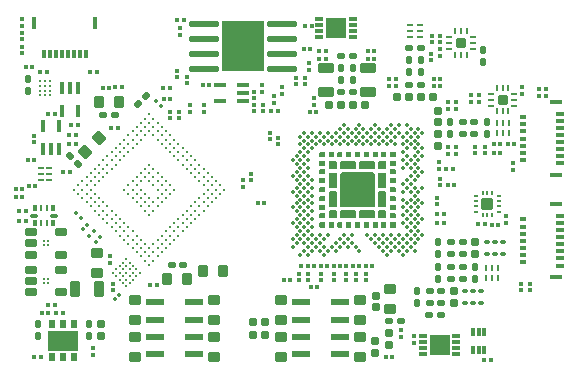
<source format=gbp>
G04*
G04 #@! TF.GenerationSoftware,Altium Limited,Altium Designer,19.1.6 (110)*
G04*
G04 Layer_Color=128*
%FSLAX44Y44*%
%MOMM*%
G71*
G01*
G75*
%ADD27C,0.2000*%
G04:AMPARAMS|DCode=39|XSize=0.5mm|YSize=0.6mm|CornerRadius=0.05mm|HoleSize=0mm|Usage=FLASHONLY|Rotation=90.000|XOffset=0mm|YOffset=0mm|HoleType=Round|Shape=RoundedRectangle|*
%AMROUNDEDRECTD39*
21,1,0.5000,0.5000,0,0,90.0*
21,1,0.4000,0.6000,0,0,90.0*
1,1,0.1000,0.2500,0.2000*
1,1,0.1000,0.2500,-0.2000*
1,1,0.1000,-0.2500,-0.2000*
1,1,0.1000,-0.2500,0.2000*
%
%ADD39ROUNDEDRECTD39*%
%ADD40R,0.3500X0.3000*%
G04:AMPARAMS|DCode=47|XSize=0.6mm|YSize=0.6mm|CornerRadius=0.06mm|HoleSize=0mm|Usage=FLASHONLY|Rotation=0.000|XOffset=0mm|YOffset=0mm|HoleType=Round|Shape=RoundedRectangle|*
%AMROUNDEDRECTD47*
21,1,0.6000,0.4800,0,0,0.0*
21,1,0.4800,0.6000,0,0,0.0*
1,1,0.1200,0.2400,-0.2400*
1,1,0.1200,-0.2400,-0.2400*
1,1,0.1200,-0.2400,0.2400*
1,1,0.1200,0.2400,0.2400*
%
%ADD47ROUNDEDRECTD47*%
%ADD48R,0.3000X0.3500*%
G04:AMPARAMS|DCode=49|XSize=1.3mm|YSize=0.8mm|CornerRadius=0.1mm|HoleSize=0mm|Usage=FLASHONLY|Rotation=90.000|XOffset=0mm|YOffset=0mm|HoleType=Round|Shape=RoundedRectangle|*
%AMROUNDEDRECTD49*
21,1,1.3000,0.6000,0,0,90.0*
21,1,1.1000,0.8000,0,0,90.0*
1,1,0.2000,0.3000,0.5500*
1,1,0.2000,0.3000,-0.5500*
1,1,0.2000,-0.3000,-0.5500*
1,1,0.2000,-0.3000,0.5500*
%
%ADD49ROUNDEDRECTD49*%
G04:AMPARAMS|DCode=50|XSize=0.3mm|YSize=0.35mm|CornerRadius=0mm|HoleSize=0mm|Usage=FLASHONLY|Rotation=45.000|XOffset=0mm|YOffset=0mm|HoleType=Round|Shape=Rectangle|*
%AMROTATEDRECTD50*
4,1,4,0.0177,-0.2298,-0.2298,0.0177,-0.0177,0.2298,0.2298,-0.0177,0.0177,-0.2298,0.0*
%
%ADD50ROTATEDRECTD50*%

G04:AMPARAMS|DCode=51|XSize=0.6mm|YSize=0.6mm|CornerRadius=0.06mm|HoleSize=0mm|Usage=FLASHONLY|Rotation=270.000|XOffset=0mm|YOffset=0mm|HoleType=Round|Shape=RoundedRectangle|*
%AMROUNDEDRECTD51*
21,1,0.6000,0.4800,0,0,270.0*
21,1,0.4800,0.6000,0,0,270.0*
1,1,0.1200,-0.2400,-0.2400*
1,1,0.1200,-0.2400,0.2400*
1,1,0.1200,0.2400,0.2400*
1,1,0.1200,0.2400,-0.2400*
%
%ADD51ROUNDEDRECTD51*%
G04:AMPARAMS|DCode=52|XSize=1mm|YSize=0.9mm|CornerRadius=0.1125mm|HoleSize=0mm|Usage=FLASHONLY|Rotation=270.000|XOffset=0mm|YOffset=0mm|HoleType=Round|Shape=RoundedRectangle|*
%AMROUNDEDRECTD52*
21,1,1.0000,0.6750,0,0,270.0*
21,1,0.7750,0.9000,0,0,270.0*
1,1,0.2250,-0.3375,-0.3875*
1,1,0.2250,-0.3375,0.3875*
1,1,0.2250,0.3375,0.3875*
1,1,0.2250,0.3375,-0.3875*
%
%ADD52ROUNDEDRECTD52*%
G04:AMPARAMS|DCode=53|XSize=1mm|YSize=0.9mm|CornerRadius=0.1125mm|HoleSize=0mm|Usage=FLASHONLY|Rotation=180.000|XOffset=0mm|YOffset=0mm|HoleType=Round|Shape=RoundedRectangle|*
%AMROUNDEDRECTD53*
21,1,1.0000,0.6750,0,0,180.0*
21,1,0.7750,0.9000,0,0,180.0*
1,1,0.2250,-0.3875,0.3375*
1,1,0.2250,0.3875,0.3375*
1,1,0.2250,0.3875,-0.3375*
1,1,0.2250,-0.3875,-0.3375*
%
%ADD53ROUNDEDRECTD53*%
G04:AMPARAMS|DCode=55|XSize=0.5mm|YSize=0.6mm|CornerRadius=0.05mm|HoleSize=0mm|Usage=FLASHONLY|Rotation=180.000|XOffset=0mm|YOffset=0mm|HoleType=Round|Shape=RoundedRectangle|*
%AMROUNDEDRECTD55*
21,1,0.5000,0.5000,0,0,180.0*
21,1,0.4000,0.6000,0,0,180.0*
1,1,0.1000,-0.2000,0.2500*
1,1,0.1000,0.2000,0.2500*
1,1,0.1000,0.2000,-0.2500*
1,1,0.1000,-0.2000,-0.2500*
%
%ADD55ROUNDEDRECTD55*%
G04:AMPARAMS|DCode=56|XSize=0.3mm|YSize=0.35mm|CornerRadius=0mm|HoleSize=0mm|Usage=FLASHONLY|Rotation=315.000|XOffset=0mm|YOffset=0mm|HoleType=Round|Shape=Rectangle|*
%AMROTATEDRECTD56*
4,1,4,-0.2298,-0.0177,0.0177,0.2298,0.2298,0.0177,-0.0177,-0.2298,-0.2298,-0.0177,0.0*
%
%ADD56ROTATEDRECTD56*%

%ADD57R,0.5000X0.7000*%
%ADD58R,2.5000X1.7000*%
G04:AMPARAMS|DCode=62|XSize=1mm|YSize=1mm|CornerRadius=0.15mm|HoleSize=0mm|Usage=FLASHONLY|Rotation=180.000|XOffset=0mm|YOffset=0mm|HoleType=Round|Shape=RoundedRectangle|*
%AMROUNDEDRECTD62*
21,1,1.0000,0.7000,0,0,180.0*
21,1,0.7000,1.0000,0,0,180.0*
1,1,0.3000,-0.3500,0.3500*
1,1,0.3000,0.3500,0.3500*
1,1,0.3000,0.3500,-0.3500*
1,1,0.3000,-0.3500,-0.3500*
%
%ADD62ROUNDEDRECTD62*%
%ADD63R,0.2000X0.3950*%
%ADD64R,0.3950X0.2000*%
G04:AMPARAMS|DCode=65|XSize=0.25mm|YSize=0.55mm|CornerRadius=0.0625mm|HoleSize=0mm|Usage=FLASHONLY|Rotation=0.000|XOffset=0mm|YOffset=0mm|HoleType=Round|Shape=RoundedRectangle|*
%AMROUNDEDRECTD65*
21,1,0.2500,0.4250,0,0,0.0*
21,1,0.1250,0.5500,0,0,0.0*
1,1,0.1250,0.0625,-0.2125*
1,1,0.1250,-0.0625,-0.2125*
1,1,0.1250,-0.0625,0.2125*
1,1,0.1250,0.0625,0.2125*
%
%ADD65ROUNDEDRECTD65*%
G04:AMPARAMS|DCode=67|XSize=0.5mm|YSize=0.6mm|CornerRadius=0.05mm|HoleSize=0mm|Usage=FLASHONLY|Rotation=45.000|XOffset=0mm|YOffset=0mm|HoleType=Round|Shape=RoundedRectangle|*
%AMROUNDEDRECTD67*
21,1,0.5000,0.5000,0,0,45.0*
21,1,0.4000,0.6000,0,0,45.0*
1,1,0.1000,0.3182,-0.0354*
1,1,0.1000,0.0354,-0.3182*
1,1,0.1000,-0.3182,0.0354*
1,1,0.1000,-0.0354,0.3182*
%
%ADD67ROUNDEDRECTD67*%
%ADD140C,0.3500*%
%ADD144R,0.2000X0.2000*%
%ADD145R,1.7000X1.7000*%
%ADD146R,0.6500X0.3000*%
G04:AMPARAMS|DCode=147|XSize=0.55mm|YSize=2.6mm|CornerRadius=0.1375mm|HoleSize=0mm|Usage=FLASHONLY|Rotation=90.000|XOffset=0mm|YOffset=0mm|HoleType=Round|Shape=RoundedRectangle|*
%AMROUNDEDRECTD147*
21,1,0.5500,2.3250,0,0,90.0*
21,1,0.2750,2.6000,0,0,90.0*
1,1,0.2750,1.1625,0.1375*
1,1,0.2750,1.1625,-0.1375*
1,1,0.2750,-1.1625,-0.1375*
1,1,0.2750,-1.1625,0.1375*
%
%ADD147ROUNDEDRECTD147*%
%ADD148R,3.6000X4.2000*%
%ADD149R,0.5250X0.2500*%
G04:AMPARAMS|DCode=150|XSize=0.65mm|YSize=0.35mm|CornerRadius=0.0875mm|HoleSize=0mm|Usage=FLASHONLY|Rotation=180.000|XOffset=0mm|YOffset=0mm|HoleType=Round|Shape=RoundedRectangle|*
%AMROUNDEDRECTD150*
21,1,0.6500,0.1750,0,0,180.0*
21,1,0.4750,0.3500,0,0,180.0*
1,1,0.1750,-0.2375,0.0875*
1,1,0.1750,0.2375,0.0875*
1,1,0.1750,0.2375,-0.0875*
1,1,0.1750,-0.2375,-0.0875*
%
%ADD150ROUNDEDRECTD150*%
G04:AMPARAMS|DCode=151|XSize=0.55mm|YSize=0.3mm|CornerRadius=0.075mm|HoleSize=0mm|Usage=FLASHONLY|Rotation=270.000|XOffset=0mm|YOffset=0mm|HoleType=Round|Shape=RoundedRectangle|*
%AMROUNDEDRECTD151*
21,1,0.5500,0.1500,0,0,270.0*
21,1,0.4000,0.3000,0,0,270.0*
1,1,0.1500,-0.0750,-0.2000*
1,1,0.1500,-0.0750,0.2000*
1,1,0.1500,0.0750,0.2000*
1,1,0.1500,0.0750,-0.2000*
%
%ADD151ROUNDEDRECTD151*%
G04:AMPARAMS|DCode=152|XSize=0.55mm|YSize=0.25mm|CornerRadius=0.0625mm|HoleSize=0mm|Usage=FLASHONLY|Rotation=270.000|XOffset=0mm|YOffset=0mm|HoleType=Round|Shape=RoundedRectangle|*
%AMROUNDEDRECTD152*
21,1,0.5500,0.1250,0,0,270.0*
21,1,0.4250,0.2500,0,0,270.0*
1,1,0.1250,-0.0625,-0.2125*
1,1,0.1250,-0.0625,0.2125*
1,1,0.1250,0.0625,0.2125*
1,1,0.1250,0.0625,-0.2125*
%
%ADD152ROUNDEDRECTD152*%
%ADD153C,0.2500*%
%ADD154R,0.3000X0.7000*%
%ADD155R,0.4000X1.0000*%
%ADD156R,0.5000X0.3000*%
%ADD157R,0.7000X0.3000*%
%ADD158R,1.0000X0.3500*%
G04:AMPARAMS|DCode=159|XSize=1.6mm|YSize=0.5mm|CornerRadius=0.075mm|HoleSize=0mm|Usage=FLASHONLY|Rotation=0.000|XOffset=0mm|YOffset=0mm|HoleType=Round|Shape=RoundedRectangle|*
%AMROUNDEDRECTD159*
21,1,1.6000,0.3500,0,0,0.0*
21,1,1.4500,0.5000,0,0,0.0*
1,1,0.1500,0.7250,-0.1750*
1,1,0.1500,-0.7250,-0.1750*
1,1,0.1500,-0.7250,0.1750*
1,1,0.1500,0.7250,0.1750*
%
%ADD159ROUNDEDRECTD159*%
G04:AMPARAMS|DCode=160|XSize=1.3mm|YSize=0.8mm|CornerRadius=0.1mm|HoleSize=0mm|Usage=FLASHONLY|Rotation=0.000|XOffset=0mm|YOffset=0mm|HoleType=Round|Shape=RoundedRectangle|*
%AMROUNDEDRECTD160*
21,1,1.3000,0.6000,0,0,0.0*
21,1,1.1000,0.8000,0,0,0.0*
1,1,0.2000,0.5500,-0.3000*
1,1,0.2000,-0.5500,-0.3000*
1,1,0.2000,-0.5500,0.3000*
1,1,0.2000,0.5500,0.3000*
%
%ADD160ROUNDEDRECTD160*%
G04:AMPARAMS|DCode=161|XSize=0.2mm|YSize=0.45mm|CornerRadius=0.03mm|HoleSize=0mm|Usage=FLASHONLY|Rotation=90.000|XOffset=0mm|YOffset=0mm|HoleType=Round|Shape=RoundedRectangle|*
%AMROUNDEDRECTD161*
21,1,0.2000,0.3900,0,0,90.0*
21,1,0.1400,0.4500,0,0,90.0*
1,1,0.0600,0.1950,0.0700*
1,1,0.0600,0.1950,-0.0700*
1,1,0.0600,-0.1950,-0.0700*
1,1,0.0600,-0.1950,0.0700*
%
%ADD161ROUNDEDRECTD161*%
G04:AMPARAMS|DCode=162|XSize=0.2mm|YSize=0.45mm|CornerRadius=0.03mm|HoleSize=0mm|Usage=FLASHONLY|Rotation=0.000|XOffset=0mm|YOffset=0mm|HoleType=Round|Shape=RoundedRectangle|*
%AMROUNDEDRECTD162*
21,1,0.2000,0.3900,0,0,0.0*
21,1,0.1400,0.4500,0,0,0.0*
1,1,0.0600,0.0700,-0.1950*
1,1,0.0600,-0.0700,-0.1950*
1,1,0.0600,-0.0700,0.1950*
1,1,0.0600,0.0700,0.1950*
%
%ADD162ROUNDEDRECTD162*%
G04:AMPARAMS|DCode=163|XSize=0.8mm|YSize=0.8mm|CornerRadius=0.12mm|HoleSize=0mm|Usage=FLASHONLY|Rotation=180.000|XOffset=0mm|YOffset=0mm|HoleType=Round|Shape=RoundedRectangle|*
%AMROUNDEDRECTD163*
21,1,0.8000,0.5600,0,0,180.0*
21,1,0.5600,0.8000,0,0,180.0*
1,1,0.2400,-0.2800,0.2800*
1,1,0.2400,0.2800,0.2800*
1,1,0.2400,0.2800,-0.2800*
1,1,0.2400,-0.2800,-0.2800*
%
%ADD163ROUNDEDRECTD163*%
G04:AMPARAMS|DCode=164|XSize=0.45mm|YSize=0.35mm|CornerRadius=0.0525mm|HoleSize=0mm|Usage=FLASHONLY|Rotation=180.000|XOffset=0mm|YOffset=0mm|HoleType=Round|Shape=RoundedRectangle|*
%AMROUNDEDRECTD164*
21,1,0.4500,0.2450,0,0,180.0*
21,1,0.3450,0.3500,0,0,180.0*
1,1,0.1050,-0.1725,0.1225*
1,1,0.1050,0.1725,0.1225*
1,1,0.1050,0.1725,-0.1225*
1,1,0.1050,-0.1725,-0.1225*
%
%ADD164ROUNDEDRECTD164*%
%ADD166R,0.3600X1.0000*%
G04:AMPARAMS|DCode=167|XSize=0.3mm|YSize=0.7mm|CornerRadius=0.075mm|HoleSize=0mm|Usage=FLASHONLY|Rotation=180.000|XOffset=0mm|YOffset=0mm|HoleType=Round|Shape=RoundedRectangle|*
%AMROUNDEDRECTD167*
21,1,0.3000,0.5500,0,0,180.0*
21,1,0.1500,0.7000,0,0,180.0*
1,1,0.1500,-0.0750,0.2750*
1,1,0.1500,0.0750,0.2750*
1,1,0.1500,0.0750,-0.2750*
1,1,0.1500,-0.0750,-0.2750*
%
%ADD167ROUNDEDRECTD167*%
%ADD168R,1.0000X0.3600*%
G04:AMPARAMS|DCode=169|XSize=1mm|YSize=0.9mm|CornerRadius=0.1125mm|HoleSize=0mm|Usage=FLASHONLY|Rotation=315.000|XOffset=0mm|YOffset=0mm|HoleType=Round|Shape=RoundedRectangle|*
%AMROUNDEDRECTD169*
21,1,1.0000,0.6750,0,0,315.0*
21,1,0.7750,0.9000,0,0,315.0*
1,1,0.2250,0.0354,-0.5127*
1,1,0.2250,-0.5127,0.0354*
1,1,0.2250,-0.0354,0.5127*
1,1,0.2250,0.5127,-0.0354*
%
%ADD169ROUNDEDRECTD169*%
G04:AMPARAMS|DCode=170|XSize=0.5mm|YSize=0.6mm|CornerRadius=0.05mm|HoleSize=0mm|Usage=FLASHONLY|Rotation=135.000|XOffset=0mm|YOffset=0mm|HoleType=Round|Shape=RoundedRectangle|*
%AMROUNDEDRECTD170*
21,1,0.5000,0.5000,0,0,135.0*
21,1,0.4000,0.6000,0,0,135.0*
1,1,0.1000,0.0354,0.3182*
1,1,0.1000,0.3182,0.0354*
1,1,0.1000,-0.0354,-0.3182*
1,1,0.1000,-0.3182,-0.0354*
%
%ADD170ROUNDEDRECTD170*%
G04:AMPARAMS|DCode=171|XSize=0.25mm|YSize=0.55mm|CornerRadius=0.0625mm|HoleSize=0mm|Usage=FLASHONLY|Rotation=90.000|XOffset=0mm|YOffset=0mm|HoleType=Round|Shape=RoundedRectangle|*
%AMROUNDEDRECTD171*
21,1,0.2500,0.4250,0,0,90.0*
21,1,0.1250,0.5500,0,0,90.0*
1,1,0.1250,0.2125,0.0625*
1,1,0.1250,0.2125,-0.0625*
1,1,0.1250,-0.2125,-0.0625*
1,1,0.1250,-0.2125,0.0625*
%
%ADD171ROUNDEDRECTD171*%
G04:AMPARAMS|DCode=172|XSize=0.6mm|YSize=1mm|CornerRadius=0.075mm|HoleSize=0mm|Usage=FLASHONLY|Rotation=90.000|XOffset=0mm|YOffset=0mm|HoleType=Round|Shape=RoundedRectangle|*
%AMROUNDEDRECTD172*
21,1,0.6000,0.8500,0,0,90.0*
21,1,0.4500,1.0000,0,0,90.0*
1,1,0.1500,0.4250,0.2250*
1,1,0.1500,0.4250,-0.2250*
1,1,0.1500,-0.4250,-0.2250*
1,1,0.1500,-0.4250,0.2250*
%
%ADD172ROUNDEDRECTD172*%
G36*
X269898Y180753D02*
X270097Y180753D01*
X270466Y180601D01*
X270747Y180319D01*
X270899Y179951D01*
X270899Y179752D01*
X270899D01*
X270898Y176752D01*
X270898Y176553D01*
X270745Y176187D01*
X270465Y175906D01*
X270098Y175754D01*
X269899Y175754D01*
X269900Y175754D01*
X267647Y175754D01*
X267449Y175754D01*
X267081Y175906D01*
X266800Y176188D01*
X266647Y176555D01*
X266647Y176754D01*
X266647Y176754D01*
X266647Y179751D01*
Y179951D01*
X266800Y180319D01*
X267082Y180601D01*
X267450Y180754D01*
X267650Y180753D01*
X267650Y180754D01*
X269898Y180753D01*
D02*
G37*
G36*
X314394Y180751D02*
X314594Y180751D01*
X314962Y180599D01*
X315244Y180317D01*
X315397Y179948D01*
Y179749D01*
X315397Y176752D01*
X315397Y176752D01*
X315397Y176553D01*
X315245Y176186D01*
X314963Y175904D01*
X314596Y175752D01*
X314396Y175751D01*
X312145Y175752D01*
X312145Y175752D01*
X311946Y175752D01*
X311579Y175904D01*
X311299Y176185D01*
X311147Y176551D01*
X311146Y176750D01*
X311145Y179750D01*
X311145D01*
X311145Y179949D01*
X311297Y180317D01*
X311579Y180599D01*
X311947Y180751D01*
X312146Y180751D01*
X314394Y180751D01*
X314394Y180751D01*
D02*
G37*
G36*
X307147Y180747D02*
X307147Y180747D01*
X307345Y180747D01*
X307712Y180595D01*
X307993Y180315D01*
X308145Y179948D01*
X308145Y179749D01*
X308146Y176750D01*
X308146D01*
X308147Y176550D01*
X307994Y176182D01*
X307713Y175900D01*
X307344Y175748D01*
X307145Y175748D01*
X304897Y175748D01*
X304897Y175748D01*
X304698Y175748D01*
X304329Y175900D01*
X304047Y176182D01*
X303895Y176551D01*
Y176750D01*
X303894Y179747D01*
X303894Y179747D01*
X303894Y179946D01*
X304047Y180313D01*
X304328Y180595D01*
X304696Y180747D01*
X304895Y180748D01*
X307147Y180747D01*
D02*
G37*
G36*
X299895Y180746D02*
X299895Y180746D01*
X300094Y180746D01*
X300460Y180594D01*
X300741Y180314D01*
X300893Y179947D01*
X300894Y179749D01*
X300895Y176749D01*
X300895D01*
X300895Y176549D01*
X300743Y176181D01*
X300461Y175899D01*
X300093Y175747D01*
X299894Y175747D01*
X297646Y175747D01*
X297646Y175747D01*
X297446Y175747D01*
X297078Y175899D01*
X296796Y176181D01*
X296643Y176550D01*
Y176749D01*
X296643Y179746D01*
X296643Y179746D01*
X296643Y179945D01*
X296796Y180313D01*
X297077Y180594D01*
X297444Y180746D01*
X297643Y180747D01*
X299895Y180746D01*
D02*
G37*
G36*
X262398Y180750D02*
X262646Y180750D01*
X263105Y180560D01*
X263457Y180208D01*
X263647Y179749D01*
X263647Y179501D01*
X263647Y179501D01*
X263647Y177004D01*
X263647Y176755D01*
X263456Y176294D01*
X263103Y175941D01*
X262642Y175750D01*
X262393Y175751D01*
X262393Y175751D01*
X259898Y175750D01*
X259649Y175750D01*
X259189Y175941D01*
X258837Y176292D01*
X258647Y176752D01*
X258647Y177001D01*
X258647Y177001D01*
X258647Y179504D01*
Y179752D01*
X258837Y180210D01*
X259188Y180561D01*
X259646Y180751D01*
X259893Y180751D01*
X259893Y180751D01*
X262398Y180750D01*
D02*
G37*
G36*
X277348Y180750D02*
X277716Y180597D01*
X277997Y180316D01*
X278150Y179948D01*
X278150Y179749D01*
X278150Y179749D01*
X278150Y176752D01*
Y176553D01*
X277997Y176185D01*
X277715Y175903D01*
X277346Y175750D01*
X277147Y175750D01*
X277147D01*
X274899Y175750D01*
X274700Y175750D01*
X274331Y175902D01*
X274050Y176184D01*
X273897Y176553D01*
X273898Y176752D01*
X273898D01*
X273899Y179752D01*
X273899Y179950D01*
X274051Y180317D01*
X274332Y180597D01*
X274699Y180749D01*
X274897Y180749D01*
X274897Y180749D01*
X277149Y180750D01*
X277348Y180750D01*
D02*
G37*
G36*
X284600Y180749D02*
X284967Y180596D01*
X285249Y180315D01*
X285401Y179947D01*
X285401Y179748D01*
X285401Y179748D01*
X285401Y176751D01*
Y176552D01*
X285248Y176184D01*
X284966Y175902D01*
X284598Y175749D01*
X284398Y175749D01*
X284398Y175749D01*
X282150Y175749D01*
X281951Y175749D01*
X281583Y175902D01*
X281301Y176183D01*
X281149Y176552D01*
X281149Y176751D01*
X281150Y179751D01*
X281151Y179949D01*
X281303Y180316D01*
X281583Y180596D01*
X281950Y180748D01*
X282149Y180748D01*
X282149Y180749D01*
X284401Y180749D01*
X284600Y180749D01*
D02*
G37*
G36*
X322148Y180748D02*
X322396Y180748D01*
X322856Y180558D01*
X323207Y180206D01*
X323397Y179747D01*
X323397Y179498D01*
X323397Y179499D01*
X323397Y177002D01*
X323397Y176752D01*
X323206Y176292D01*
X322854Y175939D01*
X322393Y175748D01*
X322143Y175748D01*
X322143Y175748D01*
X319648Y175748D01*
X319399Y175748D01*
X318939Y175938D01*
X318588Y176290D01*
X318397Y176750D01*
X318397Y176999D01*
X318397Y176999D01*
X318398Y179502D01*
Y179750D01*
X318587Y180208D01*
X318938Y180558D01*
X319396Y180748D01*
X319644Y180748D01*
X319644Y180749D01*
X322148Y180748D01*
D02*
G37*
G36*
X292351Y180748D02*
X292719Y180595D01*
X293000Y180314D01*
X293152Y179946D01*
X293152Y179747D01*
X293153Y179747D01*
X293152Y176751D01*
Y176551D01*
X293000Y176183D01*
X292718Y175901D01*
X292349Y175748D01*
X292150Y175748D01*
X292150Y175748D01*
X289902Y175748D01*
X289702Y175748D01*
X289334Y175900D01*
X289052Y176182D01*
X288900Y176551D01*
X288900Y176750D01*
X288900D01*
X288902Y179750D01*
X288902Y179948D01*
X289054Y180315D01*
X289335Y180595D01*
X289702Y180747D01*
X289900Y180748D01*
X289900Y180748D01*
X292152Y180748D01*
X292351Y180748D01*
D02*
G37*
G36*
X262645Y173001D02*
X262845Y173000D01*
X263212Y172848D01*
X263494Y172567D01*
X263646Y172199D01*
X263646Y172000D01*
X263646Y169748D01*
X263646Y169748D01*
X263646Y169550D01*
X263494Y169183D01*
X263213Y168902D01*
X262847Y168750D01*
X262648Y168750D01*
X259648Y168748D01*
X259648Y168748D01*
X259449Y168748D01*
X259081Y168900D01*
X258799Y169182D01*
X258646Y169550D01*
X258647Y169750D01*
X258646Y171998D01*
X258646Y171998D01*
X258646Y172197D01*
X258799Y172566D01*
X259081Y172848D01*
X259449Y173000D01*
X259649D01*
X262646Y173001D01*
X262645Y173001D01*
D02*
G37*
G36*
X322396Y172998D02*
X322595Y172998D01*
X322962Y172846D01*
X323244Y172564D01*
X323396Y172197D01*
X323396Y171998D01*
X323396Y169746D01*
X323396Y169746D01*
X323396Y169547D01*
X323244Y169181D01*
X322963Y168900D01*
X322597Y168748D01*
X322398Y168748D01*
X319398Y168746D01*
X319398Y168746D01*
X319199Y168746D01*
X318831Y168898D01*
X318549Y169180D01*
X318397Y169548D01*
X318397Y169747D01*
X318396Y171996D01*
X318397Y171996D01*
X318396Y172195D01*
X318549Y172563D01*
X318831Y172845D01*
X319200Y172998D01*
X319399D01*
X322396Y172998D01*
X322396Y172998D01*
D02*
G37*
G36*
X293500Y172705D02*
X304500Y172705D01*
X304500Y172705D01*
X304699Y172705D01*
X305067Y172553D01*
X305348Y172271D01*
X305500Y171904D01*
X305500Y171705D01*
X305500Y166955D01*
X305500Y166955D01*
X305500Y166756D01*
X305348Y166388D01*
X305066Y166107D01*
X304699Y165955D01*
X304500Y165955D01*
X293500Y165955D01*
X293500Y165956D01*
X293301Y165955D01*
X292934Y166107D01*
X292652Y166388D01*
X292500Y166756D01*
X292500Y166955D01*
X292500Y171705D01*
Y171705D01*
X292500Y171904D01*
X292652Y172272D01*
X292934Y172553D01*
X293301Y172705D01*
X293500Y172705D01*
D02*
G37*
G36*
X267750Y172706D02*
X272500Y172706D01*
X272500Y172706D01*
X272699Y172706D01*
X273067Y172554D01*
X273349Y172273D01*
X273501Y171906D01*
X273501Y171707D01*
X273501Y166957D01*
X273501Y166957D01*
X273501Y166758D01*
X273349Y166391D01*
X273067Y166110D01*
X272700Y165958D01*
X272501Y165958D01*
X267751Y165957D01*
X267751Y165957D01*
X267552Y165957D01*
X267185Y166109D01*
X266903Y166390D01*
X266751Y166758D01*
X266751Y166957D01*
X266751Y171707D01*
X266751Y171707D01*
X266751Y171906D01*
X266903Y172273D01*
X267184Y172554D01*
X267552Y172706D01*
X267750Y172706D01*
D02*
G37*
G36*
X309499Y172705D02*
X314249Y172705D01*
X314249Y172705D01*
X314448Y172705D01*
X314816Y172554D01*
X315098Y172272D01*
X315250Y171905D01*
X315250Y171706D01*
X315250Y166956D01*
X315250Y166956D01*
X315250Y166758D01*
X315098Y166390D01*
X314816Y166109D01*
X314449Y165957D01*
X314250Y165956D01*
X309500Y165956D01*
X309500Y165956D01*
X309301Y165956D01*
X308934Y166108D01*
X308652Y166390D01*
X308500Y166757D01*
X308500Y166956D01*
X308500Y171706D01*
X308500Y171706D01*
X308500Y171905D01*
X308652Y172272D01*
X308933Y172553D01*
X309300Y172705D01*
X309499Y172705D01*
D02*
G37*
G36*
X289067Y172554D02*
X289348Y172272D01*
X289501Y171905D01*
X289501Y171706D01*
X289501Y171705D01*
X289500Y166955D01*
X289500Y166756D01*
X289348Y166389D01*
X289067Y166108D01*
X288700Y165956D01*
X288501Y165956D01*
X288501Y165956D01*
X277501Y165956D01*
X277302Y165956D01*
X276934Y166108D01*
X276653Y166389D01*
X276501Y166756D01*
X276500Y166955D01*
X276500Y166955D01*
X276501Y171705D01*
X276501Y171904D01*
X276653Y172272D01*
X276934Y172553D01*
X277302Y172705D01*
X277500Y172705D01*
X277500Y172705D01*
X288500Y172705D01*
X288699Y172706D01*
X289067Y172554D01*
D02*
G37*
G36*
X263216Y165598D02*
X263498Y165316D01*
X263650Y164948D01*
X263650Y164749D01*
X263650Y162501D01*
X263650Y162500D01*
X263650Y162301D01*
X263497Y161933D01*
X263215Y161651D01*
X262847Y161498D01*
X262647D01*
X259651Y161498D01*
X259651Y161498D01*
X259452Y161498D01*
X259084Y161650D01*
X258803Y161932D01*
X258650Y162299D01*
X258650Y162498D01*
X258650Y164750D01*
X258651Y164750D01*
X258651Y164949D01*
X258803Y165315D01*
X259083Y165596D01*
X259450Y165748D01*
X259648Y165748D01*
X262648Y165750D01*
X262648Y165750D01*
X262847Y165750D01*
X263216Y165598D01*
D02*
G37*
G36*
X322966Y165596D02*
X323248Y165314D01*
X323400Y164946D01*
X323400Y164746D01*
X323400Y162498D01*
X323400Y162498D01*
X323400Y162299D01*
X323248Y161930D01*
X322966Y161648D01*
X322597Y161496D01*
X322398D01*
X319401Y161495D01*
X319401Y161495D01*
X319202Y161496D01*
X318834Y161648D01*
X318553Y161929D01*
X318400Y162297D01*
X318400Y162496D01*
X318401Y164748D01*
X318401Y164748D01*
X318401Y164946D01*
X318553Y165313D01*
X318833Y165594D01*
X319200Y165746D01*
X319398Y165746D01*
X322398Y165748D01*
X322398Y165748D01*
X322598Y165748D01*
X322966Y165596D01*
D02*
G37*
G36*
X314816Y162803D02*
X315098Y162521D01*
X315250Y162154D01*
X315250Y161955D01*
X315249Y150955D01*
X315249Y150955D01*
X315249Y150756D01*
X315097Y150388D01*
X314816Y150107D01*
X314448Y149955D01*
X314249Y149955D01*
X309499Y149955D01*
X309499Y149955D01*
X309300Y149955D01*
X308933Y150107D01*
X308652Y150389D01*
X308500Y150756D01*
X308500Y150955D01*
X308500Y161955D01*
X308500Y161955D01*
X308500Y162154D01*
X308652Y162521D01*
X308933Y162803D01*
X309300Y162955D01*
X309499Y162955D01*
X314250Y162955D01*
X314250Y162955D01*
X314449Y162955D01*
X314816Y162803D01*
D02*
G37*
G36*
X272501Y162956D02*
X272700Y162956D01*
X273067Y162803D01*
X273348Y162522D01*
X273500Y162154D01*
X273500Y161955D01*
X273500Y150955D01*
X273500Y150955D01*
X273500Y150756D01*
X273348Y150389D01*
X273067Y150108D01*
X272699Y149956D01*
X272500Y149956D01*
X267750Y149956D01*
X267750D01*
X267551Y149956D01*
X267183Y150108D01*
X266902Y150389D01*
X266750Y150757D01*
X266750Y150956D01*
X266750Y161956D01*
Y161956D01*
X266751Y162155D01*
X266903Y162522D01*
X267184Y162803D01*
X267551Y162955D01*
X267750Y162956D01*
X272501Y162956D01*
X272501Y162956D01*
D02*
G37*
G36*
X263217Y158347D02*
X263498Y158065D01*
X263651Y157697D01*
X263651Y157497D01*
X263651Y155249D01*
X263651Y155249D01*
X263651Y155050D01*
X263498Y154681D01*
X263216Y154399D01*
X262848Y154247D01*
X262648D01*
X259652Y154246D01*
X259652Y154247D01*
X259453Y154247D01*
X259085Y154399D01*
X258804Y154680D01*
X258651Y155048D01*
X258651Y155247D01*
X258651Y157499D01*
X258652Y157499D01*
X258652Y157697D01*
X258804Y158064D01*
X259084Y158345D01*
X259451Y158497D01*
X259649Y158497D01*
X262649Y158499D01*
X262649Y158499D01*
X262848Y158499D01*
X263217Y158347D01*
D02*
G37*
G36*
X322967Y158344D02*
X323249Y158063D01*
X323401Y157694D01*
X323401Y157495D01*
X323401Y155247D01*
X323401Y155247D01*
X323401Y155048D01*
X323248Y154679D01*
X322966Y154397D01*
X322598Y154244D01*
X322399D01*
X319402Y154244D01*
X319402Y154244D01*
X319203Y154244D01*
X318835Y154397D01*
X318554Y154678D01*
X318401Y155046D01*
X318401Y155245D01*
X318402Y157497D01*
X318402Y157497D01*
X318402Y157695D01*
X318554Y158062D01*
X318834Y158343D01*
X319201Y158495D01*
X319399Y158495D01*
X322399Y158496D01*
X322399Y158496D01*
X322598Y158497D01*
X322967Y158344D01*
D02*
G37*
G36*
X314816Y146803D02*
X315098Y146522D01*
X315250Y146154D01*
X315250Y145955D01*
X315249Y134955D01*
X315249Y134955D01*
X315249Y134756D01*
X315097Y134389D01*
X314816Y134108D01*
X314448Y133955D01*
X314249Y133955D01*
X309499Y133955D01*
X309499Y133955D01*
X309300Y133955D01*
X308933Y134108D01*
X308652Y134389D01*
X308500Y134757D01*
X308500Y134955D01*
X308500Y145955D01*
X308500Y145955D01*
X308500Y146154D01*
X308652Y146522D01*
X308933Y146803D01*
X309300Y146955D01*
X309499Y146955D01*
X314250Y146955D01*
X314250Y146955D01*
X314449Y146955D01*
X314816Y146803D01*
D02*
G37*
G36*
X262647Y150756D02*
X262847D01*
X263215Y150603D01*
X263497Y150321D01*
X263650Y149953D01*
X263650Y149753D01*
X263650Y149753D01*
X263649Y147505D01*
X263650Y147306D01*
X263497Y146938D01*
X263215Y146656D01*
X262847Y146503D01*
X262648Y146504D01*
X262648Y146504D01*
X259648Y146505D01*
X259449Y146505D01*
X259083Y146658D01*
X258802Y146938D01*
X258650Y147305D01*
X258650Y147504D01*
X258650Y147503D01*
X258650Y149755D01*
X258650Y149954D01*
X258802Y150322D01*
X259084Y150603D01*
X259452Y150756D01*
X259650Y150756D01*
X259650Y150756D01*
X262647Y150756D01*
D02*
G37*
G36*
X322397Y150753D02*
X322597D01*
X322965Y150601D01*
X323247Y150319D01*
X323400Y149950D01*
X323400Y149751D01*
X323400Y149751D01*
X323400Y147503D01*
X323400Y147303D01*
X323247Y146935D01*
X322966Y146653D01*
X322597Y146501D01*
X322398Y146502D01*
X322398Y146502D01*
X319398Y146503D01*
X319200Y146503D01*
X318833Y146655D01*
X318552Y146936D01*
X318400Y147303D01*
X318400Y147501D01*
X318400Y147501D01*
X318400Y149753D01*
X318400Y149952D01*
X318553Y150320D01*
X318834Y150601D01*
X319202Y150753D01*
X319401Y150754D01*
X319401Y150754D01*
X322397Y150753D01*
D02*
G37*
G36*
X272501Y146956D02*
X272700Y146956D01*
X273067Y146803D01*
X273348Y146522D01*
X273500Y146154D01*
X273500Y145955D01*
X273500Y134956D01*
X273500Y134955D01*
X273500Y134757D01*
X273348Y134389D01*
X273067Y134108D01*
X272699Y133956D01*
X272500Y133956D01*
X267750Y133956D01*
X267750D01*
X267551Y133956D01*
X267183Y134108D01*
X266902Y134389D01*
X266750Y134757D01*
X266750Y134956D01*
X266751Y145956D01*
Y145956D01*
X266751Y146155D01*
X266903Y146522D01*
X267184Y146804D01*
X267551Y146956D01*
X267750Y146956D01*
X272501Y146956D01*
X272501Y146956D01*
D02*
G37*
G36*
X262646Y143004D02*
X262846D01*
X263214Y142852D01*
X263496Y142570D01*
X263649Y142201D01*
X263649Y142002D01*
X263649Y142002D01*
X263648Y139754D01*
X263649Y139554D01*
X263496Y139186D01*
X263214Y138904D01*
X262846Y138752D01*
X262647Y138752D01*
X262647D01*
X259647Y138754D01*
X259449Y138754D01*
X259082Y138906D01*
X258801Y139187D01*
X258649Y139554D01*
X258649Y139752D01*
X258649Y139752D01*
X258649Y142004D01*
X258649Y142203D01*
X258801Y142571D01*
X259083Y142852D01*
X259451Y143005D01*
X259650Y143005D01*
X259649Y143005D01*
X262646Y143004D01*
D02*
G37*
G36*
X322397Y143002D02*
X322596D01*
X322964Y142850D01*
X323246Y142568D01*
X323399Y142199D01*
X323399Y142000D01*
X323399Y142000D01*
X323399Y139751D01*
X323399Y139552D01*
X323246Y139184D01*
X322965Y138902D01*
X322596Y138750D01*
X322397Y138750D01*
X322397D01*
X319397Y138752D01*
X319199Y138752D01*
X318832Y138904D01*
X318552Y139185D01*
X318400Y139551D01*
X318400Y139750D01*
X318399Y139750D01*
X318399Y142002D01*
X318399Y142201D01*
X318552Y142568D01*
X318833Y142850D01*
X319201Y143002D01*
X319400Y143002D01*
X319400Y143002D01*
X322397Y143002D01*
D02*
G37*
G36*
X303000Y163455D02*
X303597Y163455D01*
X304699Y162998D01*
X305543Y162154D01*
X306000Y161052D01*
X306000Y160455D01*
X306000Y160455D01*
X306000Y136455D01*
X306000Y135859D01*
X305543Y134756D01*
X304699Y133912D01*
X303597Y133455D01*
X303000Y133455D01*
X303000D01*
X279000Y133456D01*
X278403Y133455D01*
X277300Y133912D01*
X276456Y134756D01*
X276000Y135859D01*
X276000Y136455D01*
X276000Y136455D01*
X276000Y160455D01*
X276000Y161052D01*
X276457Y162154D01*
X277300Y162998D01*
X278403Y163455D01*
X279000Y163456D01*
X279000Y163456D01*
X303000Y163455D01*
D02*
G37*
G36*
X262645Y135753D02*
X262845D01*
X263213Y135601D01*
X263495Y135318D01*
X263648Y134950D01*
X263648Y134751D01*
X263648Y134750D01*
X263647Y132502D01*
X263648Y132303D01*
X263495Y131935D01*
X263214Y131653D01*
X262845Y131501D01*
X262646Y131501D01*
X262646Y131501D01*
X259646Y131503D01*
X259448Y131503D01*
X259081Y131655D01*
X258800Y131936D01*
X258648Y132303D01*
X258648Y132501D01*
X258648Y132501D01*
X258648Y134753D01*
X258648Y134952D01*
X258801Y135319D01*
X259082Y135601D01*
X259450Y135753D01*
X259649Y135753D01*
X259648Y135753D01*
X262645Y135753D01*
D02*
G37*
G36*
X322396Y135751D02*
X322595D01*
X322963Y135598D01*
X323245Y135316D01*
X323398Y134948D01*
X323398Y134748D01*
X323398Y134748D01*
X323398Y132500D01*
X323398Y132301D01*
X323246Y131933D01*
X322964Y131651D01*
X322595Y131499D01*
X322396Y131499D01*
X322396Y131499D01*
X319396Y131500D01*
X319198Y131501D01*
X318831Y131653D01*
X318551Y131933D01*
X318399Y132300D01*
X318399Y132499D01*
X318398Y132499D01*
X318398Y134750D01*
X318398Y134950D01*
X318551Y135317D01*
X318832Y135598D01*
X319200Y135751D01*
X319399Y135751D01*
X319399Y135751D01*
X322396Y135751D01*
D02*
G37*
G36*
X288500Y130955D02*
X288699Y130955D01*
X289066Y130803D01*
X289347Y130522D01*
X289499Y130155D01*
X289499Y129956D01*
X289500Y125205D01*
X289500Y125205D01*
X289500Y125006D01*
X289347Y124639D01*
X289066Y124358D01*
X288698Y124205D01*
X288499Y124206D01*
X277499Y124206D01*
X277499D01*
X277300Y124206D01*
X276933Y124358D01*
X276652Y124640D01*
X276500Y125007D01*
X276500Y125206D01*
X276499Y129956D01*
X276500Y129956D01*
X276500Y130155D01*
X276652Y130522D01*
X276933Y130803D01*
X277301Y130955D01*
X277500Y130955D01*
X288500Y130955D01*
X288500Y130955D01*
D02*
G37*
G36*
X304499Y130955D02*
X304698Y130955D01*
X305065Y130803D01*
X305347Y130522D01*
X305499Y130155D01*
X305499Y129956D01*
X305499Y129956D01*
X305499Y125205D01*
X305499Y125007D01*
X305347Y124639D01*
X305066Y124358D01*
X304698Y124206D01*
X304499Y124206D01*
X304499D01*
X293499Y124205D01*
X293300Y124205D01*
X292933Y124357D01*
X292651Y124639D01*
X292499Y125006D01*
X292499Y125205D01*
Y125205D01*
X292500Y129956D01*
X292499Y130154D01*
X292651Y130522D01*
X292932Y130803D01*
X293300Y130955D01*
X293499Y130955D01*
X293499Y130955D01*
X304499Y130955D01*
D02*
G37*
G36*
X314251Y130955D02*
X314449Y130955D01*
X314817Y130803D01*
X315098Y130522D01*
X315250Y130154D01*
X315250Y129956D01*
X315250Y125206D01*
X315250Y125206D01*
X315250Y125007D01*
X315098Y124639D01*
X314817Y124358D01*
X314449Y124205D01*
X314250Y124205D01*
X309501Y124205D01*
X309501D01*
X309302Y124205D01*
X308935Y124357D01*
X308654Y124639D01*
X308501Y125006D01*
X308501Y125205D01*
X308501Y129955D01*
X308501Y129955D01*
X308501Y130154D01*
X308653Y130521D01*
X308934Y130803D01*
X309301Y130955D01*
X309500Y130955D01*
X314250Y130955D01*
X314251Y130955D01*
D02*
G37*
G36*
X259646Y128503D02*
X259646Y128503D01*
X262646Y128501D01*
X262844Y128501D01*
X263211Y128349D01*
X263492Y128068D01*
X263643Y127701D01*
X263644Y127503D01*
X263644Y127503D01*
X263644Y125251D01*
X263644Y125052D01*
X263491Y124684D01*
X263210Y124403D01*
X262842Y124251D01*
X262643Y124250D01*
X262644Y124250D01*
X259647Y124251D01*
X259447D01*
X259079Y124403D01*
X258797Y124685D01*
X258644Y125054D01*
X258644Y125253D01*
X258644Y125253D01*
X258644Y127501D01*
X258644Y127701D01*
X258797Y128069D01*
X259079Y128351D01*
X259447Y128503D01*
X259646Y128503D01*
D02*
G37*
G36*
X319396Y128500D02*
X319396Y128500D01*
X322396Y128499D01*
X322595Y128499D01*
X322961Y128347D01*
X323242Y128066D01*
X323394Y127699D01*
X323394Y127501D01*
X323394Y127501D01*
X323394Y125249D01*
X323394Y125050D01*
X323242Y124682D01*
X322960Y124401D01*
X322593Y124248D01*
X322393Y124248D01*
X322394Y124248D01*
X319397Y124249D01*
X319197D01*
X318829Y124401D01*
X318547Y124683D01*
X318394Y125052D01*
X318394Y125251D01*
X318394Y125251D01*
X318395Y127499D01*
X318394Y127698D01*
X318547Y128067D01*
X318829Y128349D01*
X319197Y128501D01*
X319396Y128500D01*
D02*
G37*
G36*
X272499Y130954D02*
X272698Y130954D01*
X273066Y130802D01*
X273347Y130521D01*
X273500Y130154D01*
X273500Y129955D01*
X273500Y125205D01*
X273500Y125205D01*
X273500Y125006D01*
X273348Y124639D01*
X273067Y124357D01*
X272699Y124205D01*
X272500Y124205D01*
X267750Y124206D01*
X267750Y124206D01*
X267551Y124205D01*
X267184Y124357D01*
X266902Y124638D01*
X266750Y125006D01*
X266750Y125205D01*
X266749Y129955D01*
X266750Y130153D01*
X266902Y130520D01*
X267183Y130802D01*
X267551Y130954D01*
X267749Y130954D01*
X272500Y130955D01*
X272499Y130954D01*
D02*
G37*
G36*
X284398Y121256D02*
X284597Y121256D01*
X284966Y121103D01*
X285248Y120821D01*
X285401Y120453D01*
Y120253D01*
X285401Y117256D01*
X285401Y117256D01*
X285401Y117058D01*
X285248Y116690D01*
X284967Y116408D01*
X284599Y116256D01*
X284400Y116256D01*
X282148Y116256D01*
X282148Y116256D01*
X281950Y116256D01*
X281583Y116408D01*
X281303Y116689D01*
X281150Y117055D01*
X281150Y117254D01*
X281149Y120254D01*
X281149Y120254D01*
X281148Y120453D01*
X281301Y120821D01*
X281582Y121103D01*
X281951Y121256D01*
X282150Y121255D01*
X284398Y121256D01*
X284398Y121256D01*
D02*
G37*
G36*
X277147Y121255D02*
X277346Y121255D01*
X277715Y121102D01*
X277997Y120820D01*
X278149Y120452D01*
Y120252D01*
X278150Y117255D01*
X278150Y117256D01*
X278149Y117057D01*
X277997Y116689D01*
X277716Y116407D01*
X277348Y116255D01*
X277149Y116255D01*
X274897Y116255D01*
X274897Y116255D01*
X274699Y116255D01*
X274332Y116407D01*
X274051Y116688D01*
X273899Y117055D01*
X273899Y117253D01*
X273897Y120253D01*
X273897Y120253D01*
X273897Y120452D01*
X274049Y120820D01*
X274331Y121102D01*
X274699Y121255D01*
X274899Y121254D01*
X277147Y121255D01*
X277147Y121255D01*
D02*
G37*
G36*
X292142Y121254D02*
X292342Y121254D01*
X292710Y121102D01*
X292992Y120820D01*
X293144Y120452D01*
X293144Y120252D01*
X293144Y120253D01*
X293142Y117253D01*
X293142Y117054D01*
X292990Y116687D01*
X292709Y116407D01*
X292342Y116255D01*
X292144Y116255D01*
X292144Y116255D01*
X289892Y116254D01*
X289693Y116255D01*
X289325Y116407D01*
X289044Y116689D01*
X288892Y117056D01*
X288891Y117255D01*
X288891Y117255D01*
X288892Y120252D01*
Y120451D01*
X289044Y120820D01*
X289326Y121102D01*
X289695Y121254D01*
X289894Y121254D01*
X289894Y121254D01*
X292142Y121254D01*
D02*
G37*
G36*
X299894Y121253D02*
X300093Y121253D01*
X300461Y121101D01*
X300743Y120819D01*
X300895Y120451D01*
X300895Y120252D01*
X300895Y120252D01*
X300893Y117252D01*
X300893Y117053D01*
X300741Y116687D01*
X300460Y116406D01*
X300094Y116254D01*
X299895Y116254D01*
X299895Y116254D01*
X297643Y116253D01*
X297444Y116254D01*
X297077Y116406D01*
X296795Y116688D01*
X296643Y117055D01*
X296643Y117254D01*
X296643Y117254D01*
X296643Y120251D01*
Y120450D01*
X296796Y120819D01*
X297078Y121101D01*
X297446Y121253D01*
X297645Y121253D01*
X297645Y121253D01*
X299894Y121253D01*
D02*
G37*
G36*
X307145Y121252D02*
X307344Y121252D01*
X307712Y121100D01*
X307994Y120818D01*
X308146Y120450D01*
X308146Y120251D01*
X308146Y120251D01*
X308145Y117251D01*
X308144Y117052D01*
X307992Y116686D01*
X307712Y116405D01*
X307345Y116253D01*
X307146Y116253D01*
X307147Y116253D01*
X304895Y116253D01*
X304696Y116253D01*
X304328Y116405D01*
X304047Y116687D01*
X303894Y117054D01*
X303894Y117253D01*
X303894Y117253D01*
X303894Y120250D01*
Y120449D01*
X304047Y120818D01*
X304329Y121100D01*
X304697Y121252D01*
X304897Y121252D01*
X304897Y121253D01*
X307145Y121252D01*
D02*
G37*
G36*
X269899Y121251D02*
X269899Y121250D01*
X270098Y121250D01*
X270464Y121098D01*
X270745Y120818D01*
X270897Y120451D01*
X270897Y120253D01*
X270899Y117253D01*
X270899Y117253D01*
X270899Y117054D01*
X270747Y116685D01*
X270465Y116404D01*
X270097Y116251D01*
X269898Y116251D01*
X267650Y116251D01*
X267649Y116251D01*
X267450Y116251D01*
X267082Y116404D01*
X266800Y116686D01*
X266647Y117054D01*
Y117254D01*
X266647Y120250D01*
X266647Y120250D01*
X266647Y120449D01*
X266799Y120817D01*
X267081Y121098D01*
X267448Y121251D01*
X267647Y121251D01*
X269899Y121251D01*
D02*
G37*
G36*
X262397Y121250D02*
X262646Y121250D01*
X263105Y121060D01*
X263457Y120708D01*
X263647Y120249D01*
X263647Y120000D01*
X263647Y120001D01*
X263647Y117504D01*
X263647Y117254D01*
X263456Y116794D01*
X263103Y116441D01*
X262642Y116250D01*
X262393Y116250D01*
X262393Y116250D01*
X259897Y116250D01*
X259649Y116250D01*
X259189Y116440D01*
X258837Y116792D01*
X258647Y117252D01*
X258647Y117501D01*
X258647Y117501D01*
X258647Y120004D01*
Y120252D01*
X258837Y120710D01*
X259187Y121060D01*
X259645Y121250D01*
X259893Y121250D01*
X259893Y121251D01*
X262397Y121250D01*
D02*
G37*
G36*
X314595Y121249D02*
X314963Y121096D01*
X315244Y120815D01*
X315397Y120447D01*
X315397Y120248D01*
X315397Y120248D01*
X315397Y117251D01*
Y117052D01*
X315244Y116684D01*
X314962Y116402D01*
X314594Y116249D01*
X314394Y116249D01*
X314394Y116249D01*
X312146Y116249D01*
X311947Y116249D01*
X311578Y116401D01*
X311297Y116683D01*
X311144Y117051D01*
X311145Y117251D01*
X311145Y117251D01*
X311146Y120251D01*
X311146Y120449D01*
X311299Y120816D01*
X311579Y121096D01*
X311946Y121248D01*
X312144Y121248D01*
X312144Y121249D01*
X314396Y121249D01*
X314595Y121249D01*
D02*
G37*
G36*
X322148Y121248D02*
X322396Y121248D01*
X322855Y121058D01*
X323207Y120706D01*
X323397Y120247D01*
X323397Y119998D01*
X323397Y119998D01*
X323397Y117501D01*
X323397Y117252D01*
X323206Y116791D01*
X322853Y116439D01*
X322393Y116248D01*
X322143Y116248D01*
X322143Y116248D01*
X319648Y116247D01*
X319399Y116248D01*
X318939Y116438D01*
X318587Y116790D01*
X318397Y117250D01*
X318397Y117499D01*
X318397Y117499D01*
X318397Y120002D01*
Y120250D01*
X318587Y120708D01*
X318938Y121058D01*
X319396Y121248D01*
X319643Y121248D01*
X319643Y121248D01*
X322148Y121248D01*
D02*
G37*
D27*
X106478Y78085D02*
D03*
X83851D02*
D03*
X86679Y80914D02*
D03*
X89508Y83742D02*
D03*
X92336Y86571D02*
D03*
X95164Y89399D02*
D03*
X100821Y72429D02*
D03*
X103650Y75257D02*
D03*
X89508Y72429D02*
D03*
X92336Y75257D02*
D03*
X95164Y78085D02*
D03*
X97993Y80914D02*
D03*
X100821Y83742D02*
D03*
X95164Y66772D02*
D03*
X92336Y69600D02*
D03*
X95164Y72429D02*
D03*
X97993Y75257D02*
D03*
X100821Y78085D02*
D03*
X103650Y80914D02*
D03*
X86679Y75257D02*
D03*
X89508Y78085D02*
D03*
X92336Y80914D02*
D03*
X97993Y69600D02*
D03*
X95164Y83742D02*
D03*
X97993Y86571D02*
D03*
X25500Y69750D02*
D03*
X29000D02*
D03*
X25500Y73250D02*
D03*
X29000D02*
D03*
Y105000D02*
D03*
X25500D02*
D03*
X29000Y101500D02*
D03*
X25500D02*
D03*
D39*
X327750Y37250D02*
D03*
X317750D02*
D03*
X143500Y85000D02*
D03*
X133500D02*
D03*
X75750Y211969D02*
D03*
X85750D02*
D03*
X361771Y42000D02*
D03*
X351771D02*
D03*
X361975Y52535D02*
D03*
X351975D02*
D03*
X361975Y62535D02*
D03*
X351975D02*
D03*
X287000Y231000D02*
D03*
X277000D02*
D03*
X344500Y237500D02*
D03*
X334500D02*
D03*
Y268500D02*
D03*
X344500D02*
D03*
X277000Y262000D02*
D03*
X287000D02*
D03*
X380025Y83045D02*
D03*
X370025D02*
D03*
X380025Y73045D02*
D03*
X370025D02*
D03*
X380000Y205500D02*
D03*
X390000D02*
D03*
Y195500D02*
D03*
X380000D02*
D03*
X370025Y94045D02*
D03*
X380025D02*
D03*
X370025Y104045D02*
D03*
X380025D02*
D03*
D40*
X149247Y219950D02*
D03*
Y214350D02*
D03*
X422500Y170800D02*
D03*
Y165200D02*
D03*
X429500Y68850D02*
D03*
Y63250D02*
D03*
X437000Y68800D02*
D03*
Y63200D02*
D03*
X66750Y8750D02*
D03*
Y14350D02*
D03*
X338500Y18700D02*
D03*
Y24300D02*
D03*
X327750Y29300D02*
D03*
Y23700D02*
D03*
X220000Y222200D02*
D03*
Y227800D02*
D03*
X227250Y229700D02*
D03*
Y235300D02*
D03*
X209950Y236850D02*
D03*
Y231250D02*
D03*
X138500Y243750D02*
D03*
Y249350D02*
D03*
X210950Y220300D02*
D03*
Y214700D02*
D03*
X146500Y244300D02*
D03*
Y238700D02*
D03*
X203500Y225700D02*
D03*
Y231300D02*
D03*
X203500Y214700D02*
D03*
Y220300D02*
D03*
X141000Y279450D02*
D03*
Y285050D02*
D03*
X161125Y214575D02*
D03*
Y220175D02*
D03*
X17050Y194100D02*
D03*
Y188500D02*
D03*
X6500Y292750D02*
D03*
Y287150D02*
D03*
X390250Y179200D02*
D03*
Y184800D02*
D03*
X399000D02*
D03*
Y179200D02*
D03*
X387250Y222700D02*
D03*
Y228300D02*
D03*
X393750D02*
D03*
Y222700D02*
D03*
X374250Y178950D02*
D03*
Y184550D02*
D03*
X367750D02*
D03*
Y178950D02*
D03*
X374500Y222300D02*
D03*
Y216700D02*
D03*
X368000Y216700D02*
D03*
Y222300D02*
D03*
X194250Y156550D02*
D03*
Y150950D02*
D03*
X201000Y156550D02*
D03*
Y162150D02*
D03*
X353500Y257950D02*
D03*
Y263550D02*
D03*
X241750Y77300D02*
D03*
Y71700D02*
D03*
X84000Y63200D02*
D03*
Y68800D02*
D03*
X246750Y243300D02*
D03*
Y237700D02*
D03*
X6500Y264000D02*
D03*
Y269600D02*
D03*
X6500Y275950D02*
D03*
Y281550D02*
D03*
X239250Y243300D02*
D03*
Y237700D02*
D03*
X249750Y249950D02*
D03*
Y255550D02*
D03*
X81500Y86450D02*
D03*
Y92050D02*
D03*
X416750Y120450D02*
D03*
Y126050D02*
D03*
X358500Y135950D02*
D03*
Y141550D02*
D03*
X361000Y157650D02*
D03*
Y152050D02*
D03*
X450750Y228200D02*
D03*
X450750Y233800D02*
D03*
X444250Y228200D02*
D03*
Y233800D02*
D03*
X430200Y235350D02*
D03*
Y229750D02*
D03*
X353750Y278850D02*
D03*
X353750Y273250D02*
D03*
X361250Y278850D02*
D03*
Y273250D02*
D03*
X361000Y261700D02*
D03*
Y267300D02*
D03*
X140000Y214350D02*
D03*
Y208750D02*
D03*
X132610D02*
D03*
Y214350D02*
D03*
X254250Y225800D02*
D03*
Y220200D02*
D03*
X223250Y192550D02*
D03*
Y186950D02*
D03*
X216750Y196800D02*
D03*
Y191200D02*
D03*
X290000Y71700D02*
D03*
Y77300D02*
D03*
X281500Y71700D02*
D03*
Y77300D02*
D03*
X270750Y71700D02*
D03*
Y77300D02*
D03*
X298000Y71700D02*
D03*
Y77300D02*
D03*
X259700Y71700D02*
D03*
Y77300D02*
D03*
X248750Y71700D02*
D03*
Y77300D02*
D03*
X360000Y165950D02*
D03*
Y171550D02*
D03*
D47*
X390525Y104045D02*
D03*
Y94045D02*
D03*
X372475Y62535D02*
D03*
Y52535D02*
D03*
X317500Y26750D02*
D03*
X317500Y16750D02*
D03*
X73745Y24750D02*
D03*
Y34750D02*
D03*
X359000Y205500D02*
D03*
X359000Y215500D02*
D03*
Y195500D02*
D03*
Y185500D02*
D03*
X306500Y58750D02*
D03*
Y48750D02*
D03*
X305750Y20500D02*
D03*
Y10500D02*
D03*
D48*
X11709Y173846D02*
D03*
X17309D02*
D03*
X28950Y50750D02*
D03*
X34550D02*
D03*
X85950Y235250D02*
D03*
X91550D02*
D03*
X126700Y234750D02*
D03*
X132300D02*
D03*
X320300Y7000D02*
D03*
X314700D02*
D03*
X246450Y287250D02*
D03*
X252050D02*
D03*
X398250Y4000D02*
D03*
X403850D02*
D03*
X54300Y203500D02*
D03*
X48700D02*
D03*
X143800Y292250D02*
D03*
X138200D02*
D03*
X35766Y43666D02*
D03*
X41366D02*
D03*
X23438D02*
D03*
X29038D02*
D03*
X165550Y236854D02*
D03*
X159950D02*
D03*
X12450Y151750D02*
D03*
X18050D02*
D03*
X46950Y194500D02*
D03*
X52550D02*
D03*
X52550Y187000D02*
D03*
X46950D02*
D03*
X34550Y212750D02*
D03*
X28950D02*
D03*
X47550Y163750D02*
D03*
X41950D02*
D03*
X406200Y179750D02*
D03*
X411800D02*
D03*
X418150Y187000D02*
D03*
X423750D02*
D03*
X406150D02*
D03*
X411750D02*
D03*
X305300Y266000D02*
D03*
X299700D02*
D03*
X264300Y259500D02*
D03*
X258700D02*
D03*
X299700D02*
D03*
X305300D02*
D03*
X258700Y266000D02*
D03*
X264300D02*
D03*
X361100Y242500D02*
D03*
X355500D02*
D03*
Y236000D02*
D03*
X361100D02*
D03*
X317900Y242500D02*
D03*
X323500D02*
D03*
Y236000D02*
D03*
X317900D02*
D03*
X223300Y214750D02*
D03*
X217700D02*
D03*
X81000Y234450D02*
D03*
X75400D02*
D03*
X127000Y225550D02*
D03*
X132600D02*
D03*
X257050Y65750D02*
D03*
X251450D02*
D03*
X234000Y71707D02*
D03*
X228400D02*
D03*
X211975Y136970D02*
D03*
X206375D02*
D03*
X245500Y267800D02*
D03*
X251100D02*
D03*
X64650Y248450D02*
D03*
X70250D02*
D03*
X28100Y248250D02*
D03*
X22500D02*
D03*
X10000Y252500D02*
D03*
X15600D02*
D03*
X115357Y67707D02*
D03*
X120957D02*
D03*
X364050Y120150D02*
D03*
X358450D02*
D03*
X10050Y130500D02*
D03*
X4450Y130500D02*
D03*
X10050Y122058D02*
D03*
X4450D02*
D03*
X17195Y6750D02*
D03*
X22795Y6750D02*
D03*
X7043Y142417D02*
D03*
X1443D02*
D03*
X7043Y148747D02*
D03*
X1443D02*
D03*
X393185Y119100D02*
D03*
X398785Y119100D02*
D03*
X410050Y118500D02*
D03*
X404450D02*
D03*
X87979Y200750D02*
D03*
X82379D02*
D03*
X364050Y127500D02*
D03*
X358450D02*
D03*
X256050Y214500D02*
D03*
X250450D02*
D03*
X292665Y84000D02*
D03*
X287065D02*
D03*
X281550D02*
D03*
X275950D02*
D03*
X270750D02*
D03*
X265150D02*
D03*
X297950D02*
D03*
X303550D02*
D03*
X259750D02*
D03*
X254150D02*
D03*
X248750D02*
D03*
X243150D02*
D03*
X371850Y165950D02*
D03*
X366250D02*
D03*
X367450Y152050D02*
D03*
X373050D02*
D03*
D49*
X51750Y64500D02*
D03*
X71750D02*
D03*
D50*
X85406Y55599D02*
D03*
X89366Y59559D02*
D03*
X69372Y104062D02*
D03*
X73331Y108022D02*
D03*
X58411Y115022D02*
D03*
X62371Y118982D02*
D03*
X67851Y113502D02*
D03*
X63892Y109542D02*
D03*
D51*
X287000Y220500D02*
D03*
X297000D02*
D03*
X277000D02*
D03*
X267000D02*
D03*
X334500Y227000D02*
D03*
X324500D02*
D03*
X344500D02*
D03*
X354500D02*
D03*
X212750Y36500D02*
D03*
X202750D02*
D03*
X212750Y25500D02*
D03*
X202750D02*
D03*
D52*
X160500Y79500D02*
D03*
X177500D02*
D03*
X146500Y72750D02*
D03*
X129500D02*
D03*
X72250Y223000D02*
D03*
X89250D02*
D03*
D53*
X226000Y24000D02*
D03*
Y7000D02*
D03*
X318500Y64750D02*
D03*
Y47750D02*
D03*
X70289Y95250D02*
D03*
Y78250D02*
D03*
X169250Y55000D02*
D03*
Y38000D02*
D03*
X102250Y55000D02*
D03*
Y38000D02*
D03*
X169250Y7000D02*
D03*
Y24000D02*
D03*
X102250D02*
D03*
Y7000D02*
D03*
X293000Y38000D02*
D03*
Y55000D02*
D03*
X226000Y55000D02*
D03*
Y38000D02*
D03*
X293000Y7000D02*
D03*
Y24000D02*
D03*
D55*
X12250Y242250D02*
D03*
Y232250D02*
D03*
X397500Y267000D02*
D03*
Y257000D02*
D03*
X341475Y52535D02*
D03*
Y62535D02*
D03*
X63245Y24750D02*
D03*
Y34750D02*
D03*
X20104Y24750D02*
D03*
Y34750D02*
D03*
X334500Y248000D02*
D03*
Y258000D02*
D03*
X344500D02*
D03*
Y248000D02*
D03*
X287000Y251500D02*
D03*
Y241500D02*
D03*
X277000D02*
D03*
Y251500D02*
D03*
X359525Y73045D02*
D03*
Y83045D02*
D03*
X390525Y73045D02*
D03*
Y83045D02*
D03*
X400500Y205500D02*
D03*
Y195500D02*
D03*
X369500D02*
D03*
Y205500D02*
D03*
X359525Y104045D02*
D03*
Y94045D02*
D03*
D56*
X120270Y223230D02*
D03*
X124230Y219270D02*
D03*
X52931Y128422D02*
D03*
X56891Y124462D02*
D03*
D57*
X51250Y34750D02*
D03*
X41750D02*
D03*
X32250D02*
D03*
Y6750D02*
D03*
X41750D02*
D03*
X51250D02*
D03*
D58*
X41750Y20750D02*
D03*
D62*
X401000Y136500D02*
D03*
D63*
X405000Y126975D02*
D03*
X401000Y126975D02*
D03*
X397000D02*
D03*
Y146025D02*
D03*
X401000Y146025D02*
D03*
X405000D02*
D03*
D64*
X410525Y143250D02*
D03*
X410525Y138750D02*
D03*
Y134250D02*
D03*
X410525Y129750D02*
D03*
X391475Y129750D02*
D03*
Y134250D02*
D03*
Y138750D02*
D03*
X391475Y143250D02*
D03*
D65*
X404827Y82295D02*
D03*
X409827D02*
D03*
X404827Y73795D02*
D03*
X409827D02*
D03*
X399827D02*
D03*
Y82295D02*
D03*
X419510Y196250D02*
D03*
X414510D02*
D03*
X419510Y204750D02*
D03*
X414510D02*
D03*
X409510D02*
D03*
Y196250D02*
D03*
D67*
X47214Y177285D02*
D03*
X54285Y170215D02*
D03*
D140*
X329295Y93510D02*
D03*
X332625Y96840D02*
D03*
X335955Y100170D02*
D03*
X339285Y103500D02*
D03*
X342615Y106830D02*
D03*
X345945Y110160D02*
D03*
X342615Y113490D02*
D03*
X339285Y110160D02*
D03*
X332625Y103500D02*
D03*
X335955Y106830D02*
D03*
X325965Y96840D02*
D03*
X329295Y100170D02*
D03*
X325965Y103500D02*
D03*
X322635Y100170D02*
D03*
X332625Y110160D02*
D03*
X329295Y106830D02*
D03*
X335955Y113490D02*
D03*
X339285Y116820D02*
D03*
X322635Y106830D02*
D03*
X319305Y103500D02*
D03*
X325965Y110160D02*
D03*
X335955Y120150D02*
D03*
X332625Y116820D02*
D03*
X312645Y96840D02*
D03*
X315975Y100170D02*
D03*
Y93510D02*
D03*
X319305Y96840D02*
D03*
X342615Y126810D02*
D03*
X339285Y123480D02*
D03*
X345945D02*
D03*
X342615Y120150D02*
D03*
X335955Y126810D02*
D03*
X339285Y130140D02*
D03*
X329295Y120150D02*
D03*
X332625Y123480D02*
D03*
X315975Y106830D02*
D03*
X319305Y110160D02*
D03*
X309315Y100170D02*
D03*
X312645Y103500D02*
D03*
X309315Y106830D02*
D03*
X305985Y103500D02*
D03*
X312645Y110160D02*
D03*
X305985D02*
D03*
X302655Y106830D02*
D03*
X299325Y110160D02*
D03*
X345945Y136800D02*
D03*
X342615Y133470D02*
D03*
X339285Y136800D02*
D03*
X342615Y140130D02*
D03*
X329295Y126810D02*
D03*
X335955Y133470D02*
D03*
X332625Y130140D02*
D03*
X342615Y146790D02*
D03*
X332625Y136800D02*
D03*
X329295Y133470D02*
D03*
X339285Y143460D02*
D03*
X335955Y140130D02*
D03*
X329295D02*
D03*
X335955Y146790D02*
D03*
Y153450D02*
D03*
X339285Y156780D02*
D03*
X329295Y146790D02*
D03*
X332625Y150120D02*
D03*
X345945Y163440D02*
D03*
X342615Y160110D02*
D03*
X335955D02*
D03*
X339285Y163440D02*
D03*
X329295Y153450D02*
D03*
X332625Y156780D02*
D03*
X342615Y166770D02*
D03*
X335955D02*
D03*
X339285Y170100D02*
D03*
X345945Y176760D02*
D03*
X342615Y173430D02*
D03*
X335955D02*
D03*
X339285Y176760D02*
D03*
X329295Y166770D02*
D03*
X332625Y170100D02*
D03*
X345945Y183420D02*
D03*
X342615Y180090D02*
D03*
X339285Y183420D02*
D03*
X329295Y173430D02*
D03*
X332625Y176760D02*
D03*
X339285Y190081D02*
D03*
X329295Y180090D02*
D03*
X332625Y183420D02*
D03*
X345945Y196740D02*
D03*
X342615Y193410D02*
D03*
X335955D02*
D03*
X339285Y196740D02*
D03*
X332625Y190081D02*
D03*
X342615Y200070D02*
D03*
X335955D02*
D03*
X329295Y193410D02*
D03*
X332625Y196740D02*
D03*
X339285Y96840D02*
D03*
X286005Y110160D02*
D03*
X279345D02*
D03*
X282675Y106830D02*
D03*
X286005Y103500D02*
D03*
X289335Y100170D02*
D03*
X292665Y96840D02*
D03*
X276015Y106830D02*
D03*
X279345Y103500D02*
D03*
X276015Y100170D02*
D03*
X272685Y103500D02*
D03*
Y96840D02*
D03*
X269355Y100170D02*
D03*
X282675D02*
D03*
X266025Y96840D02*
D03*
X262695Y93510D02*
D03*
X259365Y96840D02*
D03*
X262695Y100170D02*
D03*
X266025Y110160D02*
D03*
X262695Y106830D02*
D03*
X259365Y103500D02*
D03*
X252705Y96840D02*
D03*
X256035Y100170D02*
D03*
X249375Y93510D02*
D03*
X242715D02*
D03*
X249375Y100170D02*
D03*
X246045Y96840D02*
D03*
X252705Y103500D02*
D03*
X256035Y106830D02*
D03*
X259365Y110160D02*
D03*
X246045Y103500D02*
D03*
X249375Y106830D02*
D03*
X252705Y110160D02*
D03*
X236054Y100170D02*
D03*
X242715Y106830D02*
D03*
X239385Y103500D02*
D03*
X246045Y110160D02*
D03*
X249375Y113490D02*
D03*
X252705Y116820D02*
D03*
X236054Y106830D02*
D03*
X242715Y113490D02*
D03*
X239385Y110160D02*
D03*
X246045Y116820D02*
D03*
X249375Y120150D02*
D03*
X252705Y123480D02*
D03*
X242715Y120150D02*
D03*
X239385Y116820D02*
D03*
X246045Y123480D02*
D03*
X249375Y126810D02*
D03*
X252705Y130140D02*
D03*
X236054Y120150D02*
D03*
X242715Y126810D02*
D03*
X239385Y123480D02*
D03*
X246045Y130140D02*
D03*
X249375Y133470D02*
D03*
X252705Y136800D02*
D03*
X242715Y133470D02*
D03*
X239385Y130140D02*
D03*
X246045Y136800D02*
D03*
X249375Y140130D02*
D03*
X252705Y143460D02*
D03*
X236054Y133470D02*
D03*
X242715Y140130D02*
D03*
X239385Y136800D02*
D03*
X246045Y143460D02*
D03*
X249375Y146790D02*
D03*
X252705Y150120D02*
D03*
X242715Y146790D02*
D03*
X239385Y143460D02*
D03*
X246045Y150120D02*
D03*
X249375Y153450D02*
D03*
X252705Y156781D02*
D03*
X236054Y146791D02*
D03*
X242715Y153450D02*
D03*
X239385Y150120D02*
D03*
X246045Y156781D02*
D03*
X249375Y160110D02*
D03*
X242715Y160111D02*
D03*
X239385Y156781D02*
D03*
X246045Y163441D02*
D03*
X249375Y166771D02*
D03*
X236054Y160111D02*
D03*
X242715Y166771D02*
D03*
X239385Y163441D02*
D03*
X246045Y170101D02*
D03*
X249375Y173431D02*
D03*
X239385Y170101D02*
D03*
X246045Y176761D02*
D03*
X242715Y173431D02*
D03*
X249375Y180091D02*
D03*
X252705Y183421D02*
D03*
X256035Y186751D02*
D03*
X236054Y173431D02*
D03*
X242715Y180091D02*
D03*
X239385Y176761D02*
D03*
X246045Y183421D02*
D03*
X249375Y186751D02*
D03*
X252705Y190081D02*
D03*
X259365Y196741D02*
D03*
X256035Y193411D02*
D03*
X262695D02*
D03*
X259365Y190081D02*
D03*
X252705Y196741D02*
D03*
X249375Y193411D02*
D03*
X246045Y190081D02*
D03*
X242715Y186751D02*
D03*
X246045Y196741D02*
D03*
X242715Y193411D02*
D03*
X262695Y186751D02*
D03*
X269355D02*
D03*
X276015D02*
D03*
X282675D02*
D03*
X289335D02*
D03*
X295995D02*
D03*
X302655D02*
D03*
X309315D02*
D03*
X315975D02*
D03*
X322635D02*
D03*
X329295D02*
D03*
X335955D02*
D03*
X342615D02*
D03*
X266025Y190081D02*
D03*
X272685D02*
D03*
X279345D02*
D03*
X286005D02*
D03*
X292665D02*
D03*
X299325D02*
D03*
X305985D02*
D03*
X319305D02*
D03*
X312645D02*
D03*
X322635Y193411D02*
D03*
X315975D02*
D03*
X309315D02*
D03*
X302655D02*
D03*
X295995D02*
D03*
X289335D02*
D03*
X282675D02*
D03*
X276015D02*
D03*
X269355D02*
D03*
X319305Y196741D02*
D03*
X312645D02*
D03*
X305985D02*
D03*
X299325D02*
D03*
X292665D02*
D03*
X286005D02*
D03*
X279345D02*
D03*
X272685D02*
D03*
X266025D02*
D03*
X325965D02*
D03*
X332625Y203400D02*
D03*
X322635Y200071D02*
D03*
X276015D02*
D03*
X282675D02*
D03*
X289335D02*
D03*
X295995D02*
D03*
X302655D02*
D03*
X309315D02*
D03*
X315975D02*
D03*
X325965Y203401D02*
D03*
X319305D02*
D03*
X305985D02*
D03*
X292665D02*
D03*
X279345D02*
D03*
X345945Y150120D02*
D03*
X339285D02*
D03*
D144*
X290895Y148750D02*
D03*
D145*
X272750Y285250D02*
D03*
X360500Y16750D02*
D03*
D146*
X258750Y292750D02*
D03*
Y287750D02*
D03*
Y282750D02*
D03*
Y277750D02*
D03*
X286750D02*
D03*
Y282750D02*
D03*
Y287750D02*
D03*
Y292750D02*
D03*
X346500Y24250D02*
D03*
Y19250D02*
D03*
Y14250D02*
D03*
Y9250D02*
D03*
X374500D02*
D03*
Y14250D02*
D03*
Y19250D02*
D03*
Y24250D02*
D03*
D147*
X161250Y250950D02*
D03*
Y263650D02*
D03*
Y276350D02*
D03*
Y289050D02*
D03*
X227250Y250950D02*
D03*
Y263650D02*
D03*
Y276350D02*
D03*
Y289050D02*
D03*
D148*
X194250Y270000D02*
D03*
D149*
X22625Y156500D02*
D03*
Y161500D02*
D03*
Y166500D02*
D03*
X29875D02*
D03*
Y161500D02*
D03*
Y156500D02*
D03*
D150*
X17130Y126500D02*
D03*
X34370D02*
D03*
D151*
X18130Y120100D02*
D03*
X33370D02*
D03*
Y132900D02*
D03*
X18130D02*
D03*
D152*
X23210Y120100D02*
D03*
X28290D02*
D03*
Y132900D02*
D03*
X23210D02*
D03*
D153*
X125274Y187391D02*
D03*
X121738Y190926D02*
D03*
X118203Y194462D02*
D03*
X121738Y197997D02*
D03*
X51028Y148500D02*
D03*
X54563Y144965D02*
D03*
X58099Y141429D02*
D03*
X61634Y137893D02*
D03*
X65170Y134358D02*
D03*
X68705Y130822D02*
D03*
X72241Y127287D02*
D03*
X75776Y123751D02*
D03*
X79312Y120216D02*
D03*
X82847Y116680D02*
D03*
X86383Y113145D02*
D03*
X89918Y109609D02*
D03*
X93454Y106074D02*
D03*
X96990Y102538D02*
D03*
X100525Y99003D02*
D03*
X104061Y95467D02*
D03*
X107596Y91931D02*
D03*
X111132Y88396D02*
D03*
X114667Y84860D02*
D03*
X54563Y152036D02*
D03*
X58099Y148500D02*
D03*
X61634Y144965D02*
D03*
X65170Y141429D02*
D03*
X68705Y137893D02*
D03*
X72241Y134358D02*
D03*
X75776Y130822D02*
D03*
X79312Y127287D02*
D03*
X82847Y123751D02*
D03*
X86383Y120216D02*
D03*
X89918Y116680D02*
D03*
X93454Y113145D02*
D03*
X96990Y109609D02*
D03*
X100525Y106074D02*
D03*
X104061Y102538D02*
D03*
X107596Y99003D02*
D03*
X111132Y95467D02*
D03*
X114667Y91931D02*
D03*
X118203Y88396D02*
D03*
X58099Y155571D02*
D03*
X61634Y152036D02*
D03*
X65170Y148500D02*
D03*
X68705Y144965D02*
D03*
X72241Y141429D02*
D03*
X75777Y137893D02*
D03*
X79312Y134358D02*
D03*
X82847Y130822D02*
D03*
X86383Y127287D02*
D03*
X89919Y123751D02*
D03*
X93454Y120216D02*
D03*
X96990Y116680D02*
D03*
X100525Y113145D02*
D03*
X104061Y109609D02*
D03*
X107596Y106074D02*
D03*
X111132Y102538D02*
D03*
X114667Y99003D02*
D03*
X118203Y95467D02*
D03*
X121738Y91931D02*
D03*
X61634Y159107D02*
D03*
X65170Y155571D02*
D03*
X68705Y152036D02*
D03*
X118203Y102538D02*
D03*
X121738Y99003D02*
D03*
X125274Y95467D02*
D03*
X65170Y162642D02*
D03*
X68705Y159107D02*
D03*
X72241Y155571D02*
D03*
X121738Y106074D02*
D03*
X125274Y102538D02*
D03*
X128809Y99003D02*
D03*
X68705Y166178D02*
D03*
X72241Y162642D02*
D03*
X75776Y159107D02*
D03*
X125274Y109609D02*
D03*
X128809Y106074D02*
D03*
X132345Y102538D02*
D03*
X72241Y169713D02*
D03*
X75776Y166178D02*
D03*
X79312Y162642D02*
D03*
X93454Y148500D02*
D03*
X96990Y144965D02*
D03*
X100525Y141429D02*
D03*
X104061Y137893D02*
D03*
X107596Y134358D02*
D03*
X111132Y130822D02*
D03*
X114667Y127287D02*
D03*
X128809Y113145D02*
D03*
X132345Y109609D02*
D03*
X135880Y106074D02*
D03*
X75777Y173249D02*
D03*
X82847Y166178D02*
D03*
X96990Y152036D02*
D03*
X100525Y148500D02*
D03*
X104061Y144965D02*
D03*
X107596Y141429D02*
D03*
X111132Y137893D02*
D03*
X114667Y134358D02*
D03*
X118203Y130822D02*
D03*
X132345Y116680D02*
D03*
X135880Y113145D02*
D03*
X139416Y109609D02*
D03*
X79312Y176784D02*
D03*
X86383Y169713D02*
D03*
X100525Y155571D02*
D03*
X104061Y152036D02*
D03*
X107596Y148500D02*
D03*
X111132Y144965D02*
D03*
X114667Y141429D02*
D03*
X118203Y137893D02*
D03*
X121738Y134358D02*
D03*
X135880Y120216D02*
D03*
X139416Y116680D02*
D03*
X142952Y113145D02*
D03*
X82847Y180320D02*
D03*
X86383Y176784D02*
D03*
X89919Y173249D02*
D03*
X104061Y159107D02*
D03*
X107596Y155571D02*
D03*
X121738Y141429D02*
D03*
X125274Y137893D02*
D03*
X139416Y123751D02*
D03*
X142952Y120216D02*
D03*
X146487Y116680D02*
D03*
X86383Y183855D02*
D03*
X89918Y180320D02*
D03*
X93454Y176784D02*
D03*
X107596Y162642D02*
D03*
X111132Y159107D02*
D03*
X114667Y155571D02*
D03*
X118203Y152036D02*
D03*
X121738Y148500D02*
D03*
X125274Y144965D02*
D03*
X128809Y141429D02*
D03*
X142951Y127287D02*
D03*
X146487Y123751D02*
D03*
X150023Y120216D02*
D03*
X89918Y187391D02*
D03*
X93454Y183855D02*
D03*
X96990Y180320D02*
D03*
X111132Y166178D02*
D03*
X114667Y162642D02*
D03*
X118203Y159107D02*
D03*
X121738Y155571D02*
D03*
X125274Y152036D02*
D03*
X128809Y148500D02*
D03*
X132345Y144965D02*
D03*
X146487Y130822D02*
D03*
X150023Y127287D02*
D03*
X153558Y123751D02*
D03*
X93454Y190926D02*
D03*
X96990Y187391D02*
D03*
X100525Y183855D02*
D03*
X114667Y169713D02*
D03*
X118203Y166178D02*
D03*
X121738Y162642D02*
D03*
X125274Y159107D02*
D03*
X128809Y155571D02*
D03*
X132345Y152036D02*
D03*
X135880Y148500D02*
D03*
X150023Y134358D02*
D03*
X153558Y130822D02*
D03*
X157094Y127287D02*
D03*
X96990Y194462D02*
D03*
X100525Y190926D02*
D03*
X104061Y187391D02*
D03*
X153558Y137893D02*
D03*
X157094Y134358D02*
D03*
X160629Y130822D02*
D03*
X100525Y197997D02*
D03*
X104061Y194462D02*
D03*
X107596Y190926D02*
D03*
X157094Y141429D02*
D03*
X160629Y137893D02*
D03*
X164165Y134358D02*
D03*
X104061Y201533D02*
D03*
X107596Y197997D02*
D03*
X111132Y194462D02*
D03*
X160629Y144965D02*
D03*
X164165Y141429D02*
D03*
X167700Y137893D02*
D03*
X107596Y205068D02*
D03*
X111132Y201533D02*
D03*
X114667Y197997D02*
D03*
X128809Y183855D02*
D03*
X132345Y180320D02*
D03*
X135880Y176784D02*
D03*
X139416Y173249D02*
D03*
X142952Y169713D02*
D03*
X146487Y166178D02*
D03*
X150023Y162642D02*
D03*
X153558Y159107D02*
D03*
X157094Y155571D02*
D03*
X160629Y152036D02*
D03*
X164165Y148500D02*
D03*
X167700Y144965D02*
D03*
X171236Y141429D02*
D03*
X111132Y208604D02*
D03*
X114667Y205069D02*
D03*
X118203Y201533D02*
D03*
X125274Y194462D02*
D03*
X128809Y190926D02*
D03*
X132345Y187391D02*
D03*
X135880Y183855D02*
D03*
X139416Y180320D02*
D03*
X142952Y176784D02*
D03*
X146487Y173249D02*
D03*
X150023Y169713D02*
D03*
X153558Y166178D02*
D03*
X157094Y162642D02*
D03*
X160629Y159107D02*
D03*
X164165Y155571D02*
D03*
X167700Y152036D02*
D03*
X171236Y148500D02*
D03*
X174771Y144965D02*
D03*
X114667Y212140D02*
D03*
X118203Y208604D02*
D03*
X121738Y205069D02*
D03*
X125274Y201533D02*
D03*
X128809Y197997D02*
D03*
X132345Y194462D02*
D03*
X135880Y190926D02*
D03*
X139416Y187391D02*
D03*
X142952Y183855D02*
D03*
X146487Y180320D02*
D03*
X150023Y176784D02*
D03*
X153558Y173249D02*
D03*
X157094Y169713D02*
D03*
X160629Y166178D02*
D03*
X164165Y162642D02*
D03*
X167700Y159107D02*
D03*
X171236Y155571D02*
D03*
X174771Y152036D02*
D03*
X178307Y148500D02*
D03*
X82847Y173249D02*
D03*
X79312Y169713D02*
D03*
X30500Y228250D02*
D03*
X26500D02*
D03*
X22500D02*
D03*
X30500Y232250D02*
D03*
X26500D02*
D03*
X22500D02*
D03*
X30500Y236250D02*
D03*
X26500D02*
D03*
X22500D02*
D03*
Y240250D02*
D03*
X26500D02*
D03*
X30500D02*
D03*
D154*
X60750Y263500D02*
D03*
X55750D02*
D03*
X35750D02*
D03*
X40750D02*
D03*
X30750D02*
D03*
X25750D02*
D03*
X45750D02*
D03*
X50750D02*
D03*
D155*
X17450Y290000D02*
D03*
X69050D02*
D03*
D156*
X431425Y99250D02*
D03*
Y93250D02*
D03*
Y87250D02*
D03*
Y105250D02*
D03*
Y111250D02*
D03*
Y117250D02*
D03*
Y123250D02*
D03*
X431425Y185750D02*
D03*
Y179750D02*
D03*
Y173750D02*
D03*
Y191750D02*
D03*
Y197750D02*
D03*
Y203750D02*
D03*
Y209750D02*
D03*
D157*
X462075Y102250D02*
D03*
X462075Y108250D02*
D03*
Y114250D02*
D03*
Y120250D02*
D03*
Y126250D02*
D03*
Y96250D02*
D03*
Y90250D02*
D03*
Y84250D02*
D03*
X462075Y188750D02*
D03*
X462075Y194750D02*
D03*
Y200750D02*
D03*
Y206750D02*
D03*
Y212750D02*
D03*
Y182750D02*
D03*
Y176750D02*
D03*
Y170750D02*
D03*
D158*
X459425Y136000D02*
D03*
Y74500D02*
D03*
X459425Y222500D02*
D03*
Y161000D02*
D03*
D159*
X119250Y24000D02*
D03*
Y9000D02*
D03*
X152250Y38000D02*
D03*
X152250Y53000D02*
D03*
X119250Y38000D02*
D03*
Y53000D02*
D03*
X152250Y24000D02*
D03*
Y9000D02*
D03*
X276250Y53000D02*
D03*
Y38000D02*
D03*
X242750Y24000D02*
D03*
Y9000D02*
D03*
X276250Y24000D02*
D03*
Y9000D02*
D03*
X242750Y38000D02*
D03*
X242750Y53000D02*
D03*
D160*
X299750Y231250D02*
D03*
Y251250D02*
D03*
X264250D02*
D03*
Y231250D02*
D03*
D161*
X388500Y277750D02*
D03*
Y272750D02*
D03*
Y267750D02*
D03*
X368500Y267750D02*
D03*
Y272750D02*
D03*
Y277750D02*
D03*
X423750Y219750D02*
D03*
Y224750D02*
D03*
Y229750D02*
D03*
X403750D02*
D03*
Y224750D02*
D03*
Y219750D02*
D03*
D162*
X383500Y262750D02*
D03*
X378500D02*
D03*
X373500D02*
D03*
Y282750D02*
D03*
X378500Y282750D02*
D03*
X383500D02*
D03*
X408750Y214750D02*
D03*
X413750D02*
D03*
X418750Y214750D02*
D03*
Y234750D02*
D03*
X413750D02*
D03*
X408750D02*
D03*
D163*
X378500Y272750D02*
D03*
X413750Y224750D02*
D03*
D164*
X400845Y94145D02*
D03*
X400845Y103945D02*
D03*
X413845D02*
D03*
X407345D02*
D03*
Y94145D02*
D03*
X413845D02*
D03*
X395250Y52600D02*
D03*
X388750D02*
D03*
X382250D02*
D03*
X382250Y62400D02*
D03*
X388750D02*
D03*
X395250D02*
D03*
D166*
X41146Y234402D02*
D03*
X47750Y234402D02*
D03*
X54354Y234402D02*
D03*
Y215098D02*
D03*
X41146D02*
D03*
X38104Y202152D02*
D03*
X24896D02*
D03*
Y182848D02*
D03*
X31500Y182848D02*
D03*
X38104Y182848D02*
D03*
D167*
X388500Y28000D02*
D03*
X393500D02*
D03*
X398500D02*
D03*
Y13000D02*
D03*
X393500D02*
D03*
X388500D02*
D03*
D168*
X174348Y236854D02*
D03*
Y223646D02*
D03*
X193652D02*
D03*
X193652Y230250D02*
D03*
X193652Y236854D02*
D03*
D169*
X60330Y180589D02*
D03*
X72351Y192610D02*
D03*
D170*
X112036Y227771D02*
D03*
X104965Y220700D02*
D03*
D171*
X335250Y277803D02*
D03*
X343750D02*
D03*
Y287802D02*
D03*
Y282803D02*
D03*
X335250Y287802D02*
D03*
Y282803D02*
D03*
D172*
X40250Y61750D02*
D03*
X14250Y80750D02*
D03*
X14250Y71250D02*
D03*
X14250Y61750D02*
D03*
X40250Y80750D02*
D03*
Y93500D02*
D03*
X14250Y112500D02*
D03*
X14250Y103000D02*
D03*
X14250Y93500D02*
D03*
X40250Y112500D02*
D03*
M02*

</source>
